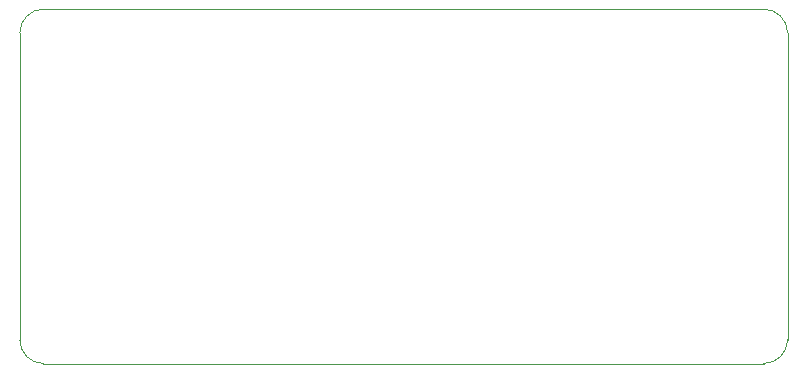
<source format=gm1>
%TF.GenerationSoftware,KiCad,Pcbnew,7.0.2*%
%TF.CreationDate,2024-01-31T21:45:49+01:00*%
%TF.ProjectId,EDice,45446963-652e-46b6-9963-61645f706362,rev?*%
%TF.SameCoordinates,Original*%
%TF.FileFunction,Profile,NP*%
%FSLAX46Y46*%
G04 Gerber Fmt 4.6, Leading zero omitted, Abs format (unit mm)*
G04 Created by KiCad (PCBNEW 7.0.2) date 2024-01-31 21:45:49*
%MOMM*%
%LPD*%
G01*
G04 APERTURE LIST*
%TA.AperFunction,Profile*%
%ADD10C,0.100000*%
%TD*%
G04 APERTURE END LIST*
D10*
X93000000Y-108000000D02*
X93000000Y-82000000D01*
X95000000Y-80000000D02*
X156000000Y-80000000D01*
X156000000Y-110000000D02*
G75*
G03*
X158000000Y-108000000I0J2000000D01*
G01*
X93000000Y-108000000D02*
G75*
G03*
X95000000Y-110000000I2000000J0D01*
G01*
X156000000Y-110000000D02*
X95000000Y-110000000D01*
X158000000Y-82000000D02*
X158000000Y-108000000D01*
X95000000Y-80000000D02*
G75*
G03*
X93000000Y-82000000I0J-2000000D01*
G01*
X158000000Y-82000000D02*
G75*
G03*
X156000000Y-80000000I-2000000J0D01*
G01*
M02*

</source>
